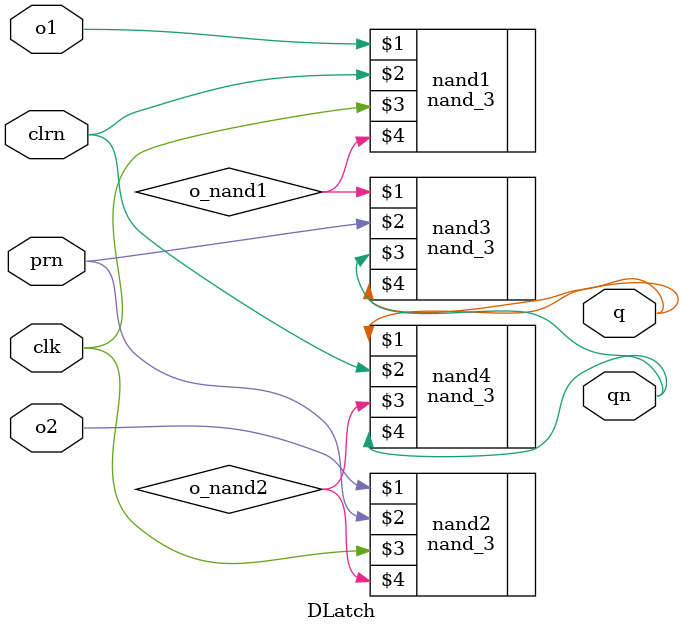
<source format=v>
module DLatch(     input o1,
                   input clrn,
                   input clk,
                   input o2,
                   input prn,
                   output q,
                   output qn);
    wire o_nand1, o_nand2;
    nand_3 nand1(o1, clrn, clk, o_nand1);
    nand_3 nand2(o2, prn, clk, o_nand2);
    nand_3 nand3(o_nand1, prn, qn, q);
    nand_3 nand4(q, clrn, o_nand2, qn);
endmodule
</source>
